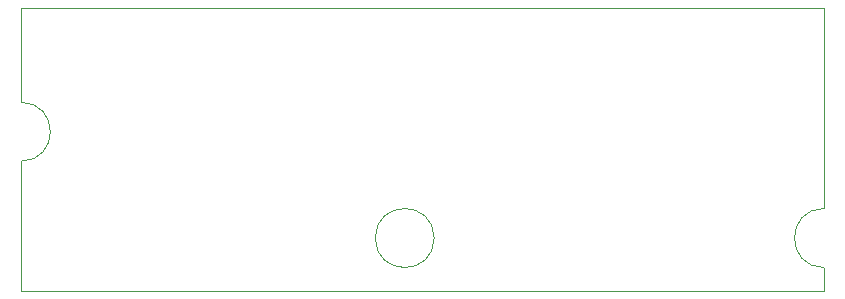
<source format=gbr>
%TF.GenerationSoftware,KiCad,Pcbnew,(5.99.0-10506-gb986797469)*%
%TF.CreationDate,2021-09-15T01:16:03+02:00*%
%TF.ProjectId,Tastatur,54617374-6174-4757-922e-6b696361645f,rev?*%
%TF.SameCoordinates,Original*%
%TF.FileFunction,Profile,NP*%
%FSLAX46Y46*%
G04 Gerber Fmt 4.6, Leading zero omitted, Abs format (unit mm)*
G04 Created by KiCad (PCBNEW (5.99.0-10506-gb986797469)) date 2021-09-15 01:16:03*
%MOMM*%
%LPD*%
G01*
G04 APERTURE LIST*
%TA.AperFunction,Profile*%
%ADD10C,0.120000*%
%TD*%
G04 APERTURE END LIST*
D10*
%TO.C,J1*%
X186400000Y-84300000D02*
X186400000Y-78300000D01*
X254400000Y-86800000D02*
X254400000Y-88800000D01*
X186400000Y-64800000D02*
X186400000Y-72800000D01*
X254400000Y-88800000D02*
X227900000Y-88800000D01*
X186400000Y-77800000D02*
X186400000Y-78300000D01*
X217400000Y-64800000D02*
X186400000Y-64800000D01*
X217400000Y-64800000D02*
X229400000Y-64800000D01*
X254400000Y-64800000D02*
X254400000Y-72800000D01*
X213900000Y-88800000D02*
X227900000Y-88800000D01*
X254400000Y-79300000D02*
X254400000Y-72800000D01*
X229400000Y-64800000D02*
X254400000Y-64800000D01*
X213900000Y-88800000D02*
X186400000Y-88800000D01*
X254400000Y-81800000D02*
X254400000Y-79300000D01*
X186400000Y-88800000D02*
X186400000Y-84300000D01*
X254400000Y-86800000D02*
G75*
G02*
X254400000Y-81800000I0J2500000D01*
G01*
X186400000Y-77800000D02*
G75*
G03*
X186400000Y-72800000I0J2500000D01*
G01*
X221400000Y-84300000D02*
G75*
G03*
X221400000Y-84300000I-2500000J0D01*
G01*
%TD*%
M02*

</source>
